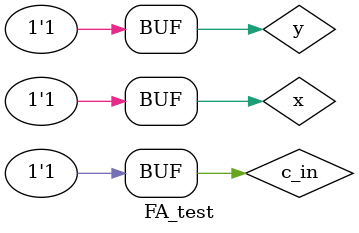
<source format=v>
`timescale 1ns / 1ps


module FA_test;

	// Inputs
	reg x;
	reg y;
	reg c_in;

	// Outputs
	wire c_out;
	wire sum;

	// Instantiate the Unit Under Test (UUT)
	FA uut (
		.c_out(c_out), 
		.sum(sum), 
		.x(x), 
		.y(y), 
		.c_in(c_in)
	);

	initial begin
		// Initialize Inputs
		x = 0;
		y = 0;
		c_in = 0;

		// Wait 100 ns for global reset to finish
		#20;
        repeat(7)
		  begin
		  #20;
		  x = x^(y&c_in);
		  y = y^c_in;
		  c_in = c_in^1;
		// Add stimulus here
			end
			#20;
	end
      
endmodule


</source>
